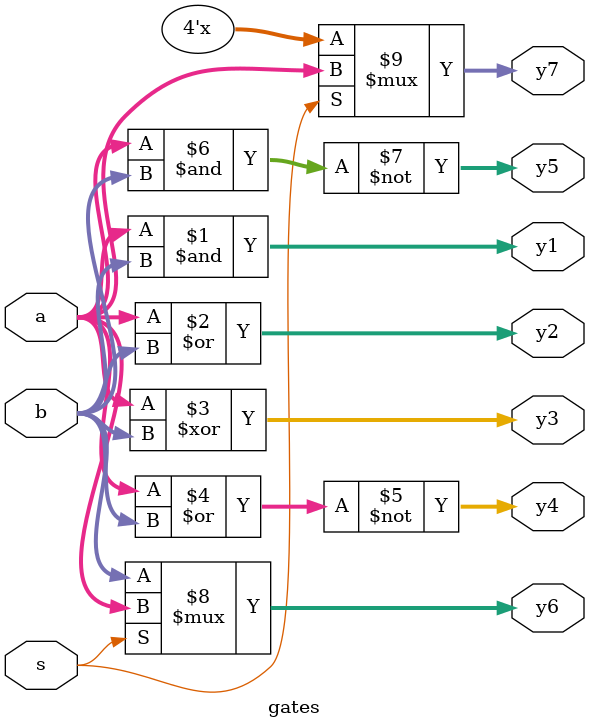
<source format=sv>
`timescale 1ns/1ps

module gates(
        input logic[3:0] a, b,
        input logic s,
        output logic[3:0] y1,y2,y3,y4,y5,y6,
        output tri [3:0] y7
        );

    /* an assignment like this is a continuous assignment, it means
    that whenever the input on the right side changes, the output
    is recomputed. This describes combinational logic*/

    assign y1 = a & b; //and
    assign y2 = a | b; //or
    assign y3 = a ^ b; //xor
    assign y4 = ~(a | b); //nor
    assign y5 = ~(a & b); //nand

    assign y6 = s ? a : b; //ternary operator mux

    assign y7 = s ? a :4'bz; //tristate buffer

endmodule


</source>
